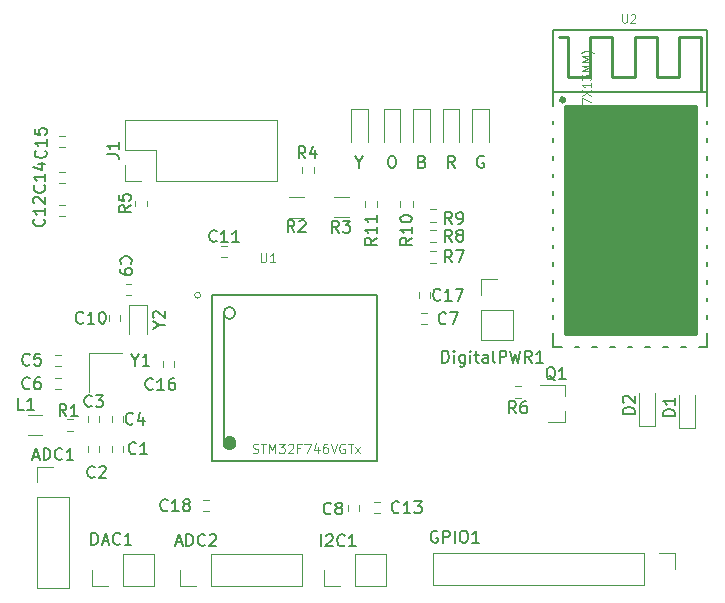
<source format=gto>
G04 #@! TF.GenerationSoftware,KiCad,Pcbnew,(5.0.0)*
G04 #@! TF.CreationDate,2018-10-31T15:25:37+01:00*
G04 #@! TF.ProjectId,Digital,4469676974616C2E6B696361645F7063,rev?*
G04 #@! TF.SameCoordinates,Original*
G04 #@! TF.FileFunction,Legend,Top*
G04 #@! TF.FilePolarity,Positive*
%FSLAX46Y46*%
G04 Gerber Fmt 4.6, Leading zero omitted, Abs format (unit mm)*
G04 Created by KiCad (PCBNEW (5.0.0)) date 10/31/18 15:25:37*
%MOMM*%
%LPD*%
G01*
G04 APERTURE LIST*
%ADD10C,0.120000*%
%ADD11C,0.127000*%
%ADD12C,0.100000*%
%ADD13C,0.254000*%
%ADD14C,0.381000*%
%ADD15C,0.150000*%
%ADD16C,0.050000*%
G04 APERTURE END LIST*
D10*
G04 #@! TO.C,Y2*
X141550000Y-89250000D02*
X141550000Y-86850000D01*
X141550000Y-86850000D02*
X139950000Y-86850000D01*
X139950000Y-86850000D02*
X139950000Y-89250000D01*
G04 #@! TO.C,O*
X162950000Y-70200000D02*
X162950000Y-73000000D01*
X161550000Y-70200000D02*
X161550000Y-73000000D01*
X162950000Y-70200000D02*
X161550000Y-70200000D01*
G04 #@! TO.C,G*
X170450000Y-70200000D02*
X169050000Y-70200000D01*
X169050000Y-70200000D02*
X169050000Y-73000000D01*
X170450000Y-70200000D02*
X170450000Y-73000000D01*
G04 #@! TO.C,R*
X167950000Y-70200000D02*
X167950000Y-73000000D01*
X166550000Y-70200000D02*
X166550000Y-73000000D01*
X167950000Y-70200000D02*
X166550000Y-70200000D01*
G04 #@! TO.C,Y*
X160200000Y-70200000D02*
X158800000Y-70200000D01*
X158800000Y-70200000D02*
X158800000Y-73000000D01*
X160200000Y-70200000D02*
X160200000Y-73000000D01*
G04 #@! TO.C,B*
X165450000Y-70200000D02*
X165450000Y-73000000D01*
X164050000Y-70200000D02*
X164050000Y-73000000D01*
X165450000Y-70200000D02*
X164050000Y-70200000D01*
G04 #@! TO.C,R7*
X165500000Y-83280000D02*
X166000000Y-83280000D01*
X166000000Y-82220000D02*
X165500000Y-82220000D01*
G04 #@! TO.C,R8*
X166000000Y-80470000D02*
X165500000Y-80470000D01*
X165500000Y-81530000D02*
X166000000Y-81530000D01*
G04 #@! TO.C,R9*
X165500000Y-79780000D02*
X166000000Y-79780000D01*
X166000000Y-78720000D02*
X165500000Y-78720000D01*
G04 #@! TO.C,R10*
X162970000Y-78000000D02*
X162970000Y-78500000D01*
X164030000Y-78500000D02*
X164030000Y-78000000D01*
G04 #@! TO.C,R11*
X161030000Y-78500000D02*
X161030000Y-78000000D01*
X159970000Y-78000000D02*
X159970000Y-78500000D01*
G04 #@! TO.C,R2*
X153570000Y-77670000D02*
X154770000Y-77670000D01*
X154770000Y-79430000D02*
X153570000Y-79430000D01*
G04 #@! TO.C,R3*
X157390000Y-77640000D02*
X158590000Y-77640000D01*
X158590000Y-79400000D02*
X157390000Y-79400000D01*
G04 #@! TO.C,DAC1*
X136870000Y-110590000D02*
X136870000Y-109260000D01*
X138200000Y-110590000D02*
X136870000Y-110590000D01*
X139470000Y-110590000D02*
X139470000Y-107930000D01*
X139470000Y-107930000D02*
X142070000Y-107930000D01*
X139470000Y-110590000D02*
X142070000Y-110590000D01*
X142070000Y-110590000D02*
X142070000Y-107930000D01*
G04 #@! TO.C,DigitalPWR1*
X169820000Y-89820000D02*
X172480000Y-89820000D01*
X169820000Y-87220000D02*
X169820000Y-89820000D01*
X172480000Y-87220000D02*
X172480000Y-89820000D01*
X169820000Y-87220000D02*
X172480000Y-87220000D01*
X169820000Y-85950000D02*
X169820000Y-84620000D01*
X169820000Y-84620000D02*
X171150000Y-84620000D01*
G04 #@! TO.C,I2C1*
X156520000Y-110610000D02*
X156520000Y-109280000D01*
X157850000Y-110610000D02*
X156520000Y-110610000D01*
X159120000Y-110610000D02*
X159120000Y-107950000D01*
X159120000Y-107950000D02*
X161720000Y-107950000D01*
X159120000Y-110610000D02*
X161720000Y-110610000D01*
X161720000Y-110610000D02*
X161720000Y-107950000D01*
G04 #@! TO.C,ADC1*
X132240000Y-110780000D02*
X134900000Y-110780000D01*
X132240000Y-103100000D02*
X132240000Y-110780000D01*
X134900000Y-103100000D02*
X134900000Y-110780000D01*
X132240000Y-103100000D02*
X134900000Y-103100000D01*
X132240000Y-101830000D02*
X132240000Y-100500000D01*
X132240000Y-100500000D02*
X133570000Y-100500000D01*
G04 #@! TO.C,ADC2*
X144320000Y-110610000D02*
X144320000Y-109280000D01*
X145650000Y-110610000D02*
X144320000Y-110610000D01*
X146920000Y-110610000D02*
X146920000Y-107950000D01*
X146920000Y-107950000D02*
X154600000Y-107950000D01*
X146920000Y-110610000D02*
X154600000Y-110610000D01*
X154600000Y-110610000D02*
X154600000Y-107950000D01*
G04 #@! TO.C,GPIO1*
X186190000Y-107840000D02*
X186190000Y-109170000D01*
X184860000Y-107840000D02*
X186190000Y-107840000D01*
X183590000Y-107840000D02*
X183590000Y-110500000D01*
X183590000Y-110500000D02*
X165750000Y-110500000D01*
X183590000Y-107840000D02*
X165750000Y-107840000D01*
X165750000Y-107840000D02*
X165750000Y-110500000D01*
G04 #@! TO.C,J1*
X139670000Y-76330000D02*
X139670000Y-75000000D01*
X141000000Y-76330000D02*
X139670000Y-76330000D01*
X139670000Y-73730000D02*
X139670000Y-71130000D01*
X142270000Y-73730000D02*
X139670000Y-73730000D01*
X142270000Y-76330000D02*
X142270000Y-73730000D01*
X139670000Y-71130000D02*
X152490000Y-71130000D01*
X142270000Y-76330000D02*
X152490000Y-76330000D01*
X152490000Y-76330000D02*
X152490000Y-71130000D01*
D11*
G04 #@! TO.C,U1*
X161000000Y-86000000D02*
X161000000Y-100000000D01*
X161000000Y-100000000D02*
X147000000Y-100000000D01*
X147000000Y-100000000D02*
X147000000Y-86000000D01*
X161000000Y-86000000D02*
X147000000Y-86000000D01*
X149000000Y-87500000D02*
G75*
G03X149000000Y-87500000I-500000J0D01*
G01*
D12*
X146054000Y-86000000D02*
G75*
G03X146054000Y-86000000I-254000J0D01*
G01*
D11*
G36*
X148000000Y-87500000D02*
X148000000Y-98513090D01*
X148001370Y-98539240D01*
X148004110Y-98565280D01*
X148008200Y-98591150D01*
X148013650Y-98616760D01*
X148020430Y-98642050D01*
X148028520Y-98666960D01*
X148037900Y-98691400D01*
X148048550Y-98715330D01*
X148060440Y-98738660D01*
X148073530Y-98761340D01*
X148087790Y-98783300D01*
X148103190Y-98804480D01*
X148119660Y-98824830D01*
X148137190Y-98844290D01*
X148155700Y-98862810D01*
X148175160Y-98880330D01*
X148195510Y-98896810D01*
X148216700Y-98912200D01*
X148238660Y-98926460D01*
X148261340Y-98939560D01*
X148284670Y-98951450D01*
X148308590Y-98962100D01*
X148333040Y-98971480D01*
X148357940Y-98979570D01*
X148383230Y-98986350D01*
X148408850Y-98991800D01*
X148434710Y-98995890D01*
X148460750Y-98998630D01*
X148486900Y-99000000D01*
X148500000Y-99000000D01*
X148513090Y-99000000D01*
X148539240Y-98998630D01*
X148565280Y-98995890D01*
X148591150Y-98991800D01*
X148616760Y-98986350D01*
X148642050Y-98979570D01*
X148666960Y-98971480D01*
X148691400Y-98962100D01*
X148715330Y-98951450D01*
X148738660Y-98939560D01*
X148761340Y-98926470D01*
X148783300Y-98912210D01*
X148804480Y-98896810D01*
X148824830Y-98880340D01*
X148844290Y-98862810D01*
X148862810Y-98844300D01*
X148880330Y-98824840D01*
X148896810Y-98804490D01*
X148912200Y-98783300D01*
X148926460Y-98761340D01*
X148939560Y-98738660D01*
X148951450Y-98715330D01*
X148962100Y-98691410D01*
X148971480Y-98666960D01*
X148979570Y-98642060D01*
X148986350Y-98616770D01*
X148991800Y-98591150D01*
X148995890Y-98565290D01*
X148998630Y-98539250D01*
X149000000Y-98513100D01*
X149000000Y-98500000D01*
X149000000Y-98486910D01*
X148998630Y-98460760D01*
X148995890Y-98434720D01*
X148991800Y-98408850D01*
X148986350Y-98383240D01*
X148979570Y-98357950D01*
X148971480Y-98333040D01*
X148962100Y-98308600D01*
X148951450Y-98284670D01*
X148939560Y-98261340D01*
X148926470Y-98238660D01*
X148912210Y-98216700D01*
X148896810Y-98195520D01*
X148880340Y-98175170D01*
X148862810Y-98155710D01*
X148844300Y-98137190D01*
X148824840Y-98119670D01*
X148804490Y-98103190D01*
X148783300Y-98087800D01*
X148761340Y-98073540D01*
X148738660Y-98060440D01*
X148715330Y-98048550D01*
X148691410Y-98037900D01*
X148666960Y-98028520D01*
X148642060Y-98020430D01*
X148616770Y-98013650D01*
X148591150Y-98008200D01*
X148565290Y-98004110D01*
X148539250Y-98001370D01*
X148513100Y-98000000D01*
X148500000Y-98000000D01*
X148486910Y-98000000D01*
X148460760Y-98001370D01*
X148434720Y-98004110D01*
X148408850Y-98008200D01*
X148383240Y-98013650D01*
X148357950Y-98020430D01*
X148333040Y-98028520D01*
X148308600Y-98037900D01*
X148284670Y-98048550D01*
X148261340Y-98060440D01*
X148238660Y-98073530D01*
X148216700Y-98087790D01*
X148195520Y-98103190D01*
X148175170Y-98119660D01*
X148155710Y-98137190D01*
X148137190Y-98155700D01*
X148119670Y-98175160D01*
X148103190Y-98195510D01*
X148087800Y-98216700D01*
X148073540Y-98238660D01*
X148060440Y-98261340D01*
X148048550Y-98284670D01*
X148037900Y-98308590D01*
X148028520Y-98333040D01*
X148020430Y-98357940D01*
X148013650Y-98383230D01*
X148008200Y-98408850D01*
X148004110Y-98434710D01*
X148001370Y-98460750D01*
X148000000Y-98486900D01*
X148000000Y-87500000D01*
G37*
X148000000Y-87500000D02*
X148000000Y-98513090D01*
X148001370Y-98539240D01*
X148004110Y-98565280D01*
X148008200Y-98591150D01*
X148013650Y-98616760D01*
X148020430Y-98642050D01*
X148028520Y-98666960D01*
X148037900Y-98691400D01*
X148048550Y-98715330D01*
X148060440Y-98738660D01*
X148073530Y-98761340D01*
X148087790Y-98783300D01*
X148103190Y-98804480D01*
X148119660Y-98824830D01*
X148137190Y-98844290D01*
X148155700Y-98862810D01*
X148175160Y-98880330D01*
X148195510Y-98896810D01*
X148216700Y-98912200D01*
X148238660Y-98926460D01*
X148261340Y-98939560D01*
X148284670Y-98951450D01*
X148308590Y-98962100D01*
X148333040Y-98971480D01*
X148357940Y-98979570D01*
X148383230Y-98986350D01*
X148408850Y-98991800D01*
X148434710Y-98995890D01*
X148460750Y-98998630D01*
X148486900Y-99000000D01*
X148500000Y-99000000D01*
X148513090Y-99000000D01*
X148539240Y-98998630D01*
X148565280Y-98995890D01*
X148591150Y-98991800D01*
X148616760Y-98986350D01*
X148642050Y-98979570D01*
X148666960Y-98971480D01*
X148691400Y-98962100D01*
X148715330Y-98951450D01*
X148738660Y-98939560D01*
X148761340Y-98926470D01*
X148783300Y-98912210D01*
X148804480Y-98896810D01*
X148824830Y-98880340D01*
X148844290Y-98862810D01*
X148862810Y-98844300D01*
X148880330Y-98824840D01*
X148896810Y-98804490D01*
X148912200Y-98783300D01*
X148926460Y-98761340D01*
X148939560Y-98738660D01*
X148951450Y-98715330D01*
X148962100Y-98691410D01*
X148971480Y-98666960D01*
X148979570Y-98642060D01*
X148986350Y-98616770D01*
X148991800Y-98591150D01*
X148995890Y-98565290D01*
X148998630Y-98539250D01*
X149000000Y-98513100D01*
X149000000Y-98500000D01*
X149000000Y-98486910D01*
X148998630Y-98460760D01*
X148995890Y-98434720D01*
X148991800Y-98408850D01*
X148986350Y-98383240D01*
X148979570Y-98357950D01*
X148971480Y-98333040D01*
X148962100Y-98308600D01*
X148951450Y-98284670D01*
X148939560Y-98261340D01*
X148926470Y-98238660D01*
X148912210Y-98216700D01*
X148896810Y-98195520D01*
X148880340Y-98175170D01*
X148862810Y-98155710D01*
X148844300Y-98137190D01*
X148824840Y-98119670D01*
X148804490Y-98103190D01*
X148783300Y-98087800D01*
X148761340Y-98073540D01*
X148738660Y-98060440D01*
X148715330Y-98048550D01*
X148691410Y-98037900D01*
X148666960Y-98028520D01*
X148642060Y-98020430D01*
X148616770Y-98013650D01*
X148591150Y-98008200D01*
X148565290Y-98004110D01*
X148539250Y-98001370D01*
X148513100Y-98000000D01*
X148500000Y-98000000D01*
X148486910Y-98000000D01*
X148460760Y-98001370D01*
X148434720Y-98004110D01*
X148408850Y-98008200D01*
X148383240Y-98013650D01*
X148357950Y-98020430D01*
X148333040Y-98028520D01*
X148308600Y-98037900D01*
X148284670Y-98048550D01*
X148261340Y-98060440D01*
X148238660Y-98073530D01*
X148216700Y-98087790D01*
X148195520Y-98103190D01*
X148175170Y-98119660D01*
X148155710Y-98137190D01*
X148137190Y-98155700D01*
X148119670Y-98175160D01*
X148103190Y-98195510D01*
X148087800Y-98216700D01*
X148073540Y-98238660D01*
X148060440Y-98261340D01*
X148048550Y-98284670D01*
X148037900Y-98308590D01*
X148028520Y-98333040D01*
X148020430Y-98357940D01*
X148013650Y-98383230D01*
X148008200Y-98408850D01*
X148004110Y-98434710D01*
X148001370Y-98460750D01*
X148000000Y-98486900D01*
X148000000Y-87500000D01*
D10*
G04 #@! TO.C,C8*
X158530000Y-103750000D02*
X158530000Y-104250000D01*
X159470000Y-104250000D02*
X159470000Y-103750000D01*
G04 #@! TO.C,C17*
X165470000Y-86250000D02*
X165470000Y-85750000D01*
X164530000Y-85750000D02*
X164530000Y-86250000D01*
G04 #@! TO.C,C16*
X143790000Y-92060000D02*
X143790000Y-91560000D01*
X142850000Y-91560000D02*
X142850000Y-92060000D01*
G04 #@! TO.C,C15*
X134565000Y-72535000D02*
X134065000Y-72535000D01*
X134065000Y-73475000D02*
X134565000Y-73475000D01*
G04 #@! TO.C,C14*
X134065000Y-76515000D02*
X134565000Y-76515000D01*
X134565000Y-75575000D02*
X134065000Y-75575000D01*
G04 #@! TO.C,C13*
X160750000Y-104470000D02*
X161250000Y-104470000D01*
X161250000Y-103530000D02*
X160750000Y-103530000D01*
G04 #@! TO.C,C12*
X134065000Y-79325000D02*
X134565000Y-79325000D01*
X134565000Y-78385000D02*
X134065000Y-78385000D01*
G04 #@! TO.C,C11*
X148270000Y-81840000D02*
X147770000Y-81840000D01*
X147770000Y-82780000D02*
X148270000Y-82780000D01*
G04 #@! TO.C,C18*
X146780000Y-103350000D02*
X146280000Y-103350000D01*
X146280000Y-104290000D02*
X146780000Y-104290000D01*
G04 #@! TO.C,C7*
X165250000Y-87530000D02*
X164750000Y-87530000D01*
X164750000Y-88470000D02*
X165250000Y-88470000D01*
G04 #@! TO.C,C6*
X134250000Y-93030000D02*
X133750000Y-93030000D01*
X133750000Y-93970000D02*
X134250000Y-93970000D01*
G04 #@! TO.C,C5*
X133750000Y-91970000D02*
X134250000Y-91970000D01*
X134250000Y-91030000D02*
X133750000Y-91030000D01*
G04 #@! TO.C,C4*
X139470000Y-96750000D02*
X139470000Y-96250000D01*
X138530000Y-96250000D02*
X138530000Y-96750000D01*
G04 #@! TO.C,C3*
X136530000Y-96250000D02*
X136530000Y-96750000D01*
X137470000Y-96750000D02*
X137470000Y-96250000D01*
G04 #@! TO.C,C2*
X137470000Y-99250000D02*
X137470000Y-98750000D01*
X136530000Y-98750000D02*
X136530000Y-99250000D01*
G04 #@! TO.C,C1*
X138530000Y-98750000D02*
X138530000Y-99250000D01*
X139470000Y-99250000D02*
X139470000Y-98750000D01*
G04 #@! TO.C,C9*
X139700000Y-85970000D02*
X140200000Y-85970000D01*
X140200000Y-85030000D02*
X139700000Y-85030000D01*
G04 #@! TO.C,C10*
X139220000Y-88200000D02*
X139220000Y-87700000D01*
X138280000Y-87700000D02*
X138280000Y-88200000D01*
G04 #@! TO.C,Y1*
X136600000Y-90850000D02*
X136600000Y-94150000D01*
X139400000Y-90850000D02*
X136600000Y-90850000D01*
G04 #@! TO.C,L1*
X131430000Y-96100000D02*
X132630000Y-96100000D01*
X132630000Y-97860000D02*
X131430000Y-97860000D01*
G04 #@! TO.C,D1*
X186520000Y-97280000D02*
X187920000Y-97280000D01*
X187920000Y-97280000D02*
X187920000Y-94480000D01*
X186520000Y-97280000D02*
X186520000Y-94480000D01*
G04 #@! TO.C,D2*
X183150000Y-97100000D02*
X183150000Y-94300000D01*
X184550000Y-97100000D02*
X184550000Y-94300000D01*
X183150000Y-97100000D02*
X184550000Y-97100000D01*
G04 #@! TO.C,R5*
X140490000Y-77980000D02*
X140490000Y-78480000D01*
X141550000Y-78480000D02*
X141550000Y-77980000D01*
G04 #@! TO.C,R6*
X173170000Y-93650000D02*
X172670000Y-93650000D01*
X172670000Y-94710000D02*
X173170000Y-94710000D01*
G04 #@! TO.C,R1*
X134750000Y-97530000D02*
X135250000Y-97530000D01*
X135250000Y-96470000D02*
X134750000Y-96470000D01*
G04 #@! TO.C,R4*
X155690000Y-75620000D02*
X155690000Y-75120000D01*
X154630000Y-75120000D02*
X154630000Y-75620000D01*
G04 #@! TO.C,Q1*
X176930000Y-96730000D02*
X175470000Y-96730000D01*
X176930000Y-93570000D02*
X174770000Y-93570000D01*
X176930000Y-93570000D02*
X176930000Y-94500000D01*
X176930000Y-96730000D02*
X176930000Y-95800000D01*
D11*
G04 #@! TO.C,U2*
X175920000Y-63510000D02*
X188920000Y-63510000D01*
X188920000Y-63510000D02*
X188920000Y-68820000D01*
X175920000Y-68820000D02*
X175920000Y-63510000D01*
D13*
X188420000Y-68660000D02*
X188420000Y-64160000D01*
X188420000Y-64160000D02*
X186545000Y-64160000D01*
X186545000Y-64160000D02*
X186545000Y-67535000D01*
X186545000Y-67535000D02*
X184670000Y-67535000D01*
X184670000Y-67535000D02*
X184670000Y-64160000D01*
X184670000Y-64160000D02*
X182795000Y-64160000D01*
X182795000Y-64160000D02*
X182795000Y-67535000D01*
X182795000Y-67535000D02*
X180920000Y-67535000D01*
X180920000Y-67535000D02*
X180920000Y-64160000D01*
X180920000Y-64160000D02*
X179045000Y-64160000D01*
X179045000Y-64160000D02*
X179045000Y-67535000D01*
X179045000Y-67535000D02*
X177170000Y-67535000D01*
X177170000Y-67535000D02*
X177170000Y-64160000D01*
X177170000Y-64160000D02*
X176426000Y-64160000D01*
D14*
X176832000Y-69455000D02*
G75*
G03X176832000Y-69455000I-127000J0D01*
G01*
D11*
X188920000Y-68820000D02*
X175920000Y-68820000D01*
D14*
G36*
X176954440Y-70026500D02*
X187881000Y-70026500D01*
X187881000Y-89202490D01*
X176954440Y-89202490D01*
X176954440Y-70026500D01*
G37*
X176954440Y-70026500D02*
X187881000Y-70026500D01*
X187881000Y-89202490D01*
X176954440Y-89202490D01*
X176954440Y-70026500D01*
D11*
X188220000Y-90410000D02*
X188920000Y-90410000D01*
X188920000Y-90410000D02*
X188920000Y-89210000D01*
X188920000Y-88010000D02*
X188920000Y-87710000D01*
X188920000Y-86510000D02*
X188920000Y-86210000D01*
X188920000Y-85010000D02*
X188920000Y-84710000D01*
X188920000Y-83510000D02*
X188920000Y-83210000D01*
X188920000Y-82010000D02*
X188920000Y-81710000D01*
X188920000Y-80510000D02*
X188920000Y-80210000D01*
X188920000Y-79010000D02*
X188920000Y-78710000D01*
X188920000Y-77510000D02*
X188920000Y-77210000D01*
X188920000Y-76010000D02*
X188920000Y-75710000D01*
X188920000Y-74510000D02*
X188920000Y-74210000D01*
X188920000Y-73010000D02*
X188920000Y-72710000D01*
X188920000Y-71510000D02*
X188920000Y-71210000D01*
X188920000Y-70010000D02*
X188920000Y-68820000D01*
X175920000Y-70010000D02*
X175920000Y-68820000D01*
X175920000Y-71510000D02*
X175920000Y-71210000D01*
X175920000Y-73010000D02*
X175920000Y-72710000D01*
X175920000Y-74510000D02*
X175920000Y-74210000D01*
X175920000Y-76010000D02*
X175920000Y-75710000D01*
X175920000Y-77510000D02*
X175920000Y-77210000D01*
X175920000Y-79010000D02*
X175920000Y-78710000D01*
X175920000Y-80510000D02*
X175920000Y-80210000D01*
X175920000Y-82010000D02*
X175920000Y-81710000D01*
X175920000Y-83510000D02*
X175920000Y-83210000D01*
X175920000Y-85010000D02*
X175920000Y-84710000D01*
X175920000Y-86510000D02*
X175920000Y-86210000D01*
X175920000Y-88010000D02*
X175920000Y-87710000D01*
X175920000Y-89210000D02*
X175920000Y-90410000D01*
X175920000Y-90410000D02*
X176620000Y-90410000D01*
X177720000Y-90410000D02*
X178120000Y-90410000D01*
X179220000Y-90410000D02*
X179620000Y-90410000D01*
X180720000Y-90410000D02*
X181120000Y-90410000D01*
X182220000Y-90410000D02*
X182620000Y-90410000D01*
X183720000Y-90410000D02*
X184120000Y-90410000D01*
X185220000Y-90410000D02*
X185620000Y-90410000D01*
X186720000Y-90410000D02*
X187120000Y-90410000D01*
G04 #@! TO.C,Y2*
D15*
X142526190Y-88526190D02*
X143002380Y-88526190D01*
X142002380Y-88859523D02*
X142526190Y-88526190D01*
X142002380Y-88192857D01*
X142097619Y-87907142D02*
X142050000Y-87859523D01*
X142002380Y-87764285D01*
X142002380Y-87526190D01*
X142050000Y-87430952D01*
X142097619Y-87383333D01*
X142192857Y-87335714D01*
X142288095Y-87335714D01*
X142430952Y-87383333D01*
X143002380Y-87954761D01*
X143002380Y-87335714D01*
G04 #@! TO.C,O*
X162154761Y-74202380D02*
X162345238Y-74202380D01*
X162440476Y-74250000D01*
X162535714Y-74345238D01*
X162583333Y-74535714D01*
X162583333Y-74869047D01*
X162535714Y-75059523D01*
X162440476Y-75154761D01*
X162345238Y-75202380D01*
X162154761Y-75202380D01*
X162059523Y-75154761D01*
X161964285Y-75059523D01*
X161916666Y-74869047D01*
X161916666Y-74535714D01*
X161964285Y-74345238D01*
X162059523Y-74250000D01*
X162154761Y-74202380D01*
G04 #@! TO.C,G*
X170011904Y-74250000D02*
X169916666Y-74202380D01*
X169773809Y-74202380D01*
X169630952Y-74250000D01*
X169535714Y-74345238D01*
X169488095Y-74440476D01*
X169440476Y-74630952D01*
X169440476Y-74773809D01*
X169488095Y-74964285D01*
X169535714Y-75059523D01*
X169630952Y-75154761D01*
X169773809Y-75202380D01*
X169869047Y-75202380D01*
X170011904Y-75154761D01*
X170059523Y-75107142D01*
X170059523Y-74773809D01*
X169869047Y-74773809D01*
G04 #@! TO.C,R*
X167559523Y-75202380D02*
X167226190Y-74726190D01*
X166988095Y-75202380D02*
X166988095Y-74202380D01*
X167369047Y-74202380D01*
X167464285Y-74250000D01*
X167511904Y-74297619D01*
X167559523Y-74392857D01*
X167559523Y-74535714D01*
X167511904Y-74630952D01*
X167464285Y-74678571D01*
X167369047Y-74726190D01*
X166988095Y-74726190D01*
G04 #@! TO.C,Y*
X159500000Y-74726190D02*
X159500000Y-75202380D01*
X159166666Y-74202380D02*
X159500000Y-74726190D01*
X159833333Y-74202380D01*
G04 #@! TO.C,B*
X164821428Y-74678571D02*
X164964285Y-74726190D01*
X165011904Y-74773809D01*
X165059523Y-74869047D01*
X165059523Y-75011904D01*
X165011904Y-75107142D01*
X164964285Y-75154761D01*
X164869047Y-75202380D01*
X164488095Y-75202380D01*
X164488095Y-74202380D01*
X164821428Y-74202380D01*
X164916666Y-74250000D01*
X164964285Y-74297619D01*
X165011904Y-74392857D01*
X165011904Y-74488095D01*
X164964285Y-74583333D01*
X164916666Y-74630952D01*
X164821428Y-74678571D01*
X164488095Y-74678571D01*
G04 #@! TO.C,R7*
X167333333Y-83202380D02*
X167000000Y-82726190D01*
X166761904Y-83202380D02*
X166761904Y-82202380D01*
X167142857Y-82202380D01*
X167238095Y-82250000D01*
X167285714Y-82297619D01*
X167333333Y-82392857D01*
X167333333Y-82535714D01*
X167285714Y-82630952D01*
X167238095Y-82678571D01*
X167142857Y-82726190D01*
X166761904Y-82726190D01*
X167666666Y-82202380D02*
X168333333Y-82202380D01*
X167904761Y-83202380D01*
G04 #@! TO.C,R8*
X167333333Y-81452380D02*
X167000000Y-80976190D01*
X166761904Y-81452380D02*
X166761904Y-80452380D01*
X167142857Y-80452380D01*
X167238095Y-80500000D01*
X167285714Y-80547619D01*
X167333333Y-80642857D01*
X167333333Y-80785714D01*
X167285714Y-80880952D01*
X167238095Y-80928571D01*
X167142857Y-80976190D01*
X166761904Y-80976190D01*
X167904761Y-80880952D02*
X167809523Y-80833333D01*
X167761904Y-80785714D01*
X167714285Y-80690476D01*
X167714285Y-80642857D01*
X167761904Y-80547619D01*
X167809523Y-80500000D01*
X167904761Y-80452380D01*
X168095238Y-80452380D01*
X168190476Y-80500000D01*
X168238095Y-80547619D01*
X168285714Y-80642857D01*
X168285714Y-80690476D01*
X168238095Y-80785714D01*
X168190476Y-80833333D01*
X168095238Y-80880952D01*
X167904761Y-80880952D01*
X167809523Y-80928571D01*
X167761904Y-80976190D01*
X167714285Y-81071428D01*
X167714285Y-81261904D01*
X167761904Y-81357142D01*
X167809523Y-81404761D01*
X167904761Y-81452380D01*
X168095238Y-81452380D01*
X168190476Y-81404761D01*
X168238095Y-81357142D01*
X168285714Y-81261904D01*
X168285714Y-81071428D01*
X168238095Y-80976190D01*
X168190476Y-80928571D01*
X168095238Y-80880952D01*
G04 #@! TO.C,R9*
X167333333Y-79952380D02*
X167000000Y-79476190D01*
X166761904Y-79952380D02*
X166761904Y-78952380D01*
X167142857Y-78952380D01*
X167238095Y-79000000D01*
X167285714Y-79047619D01*
X167333333Y-79142857D01*
X167333333Y-79285714D01*
X167285714Y-79380952D01*
X167238095Y-79428571D01*
X167142857Y-79476190D01*
X166761904Y-79476190D01*
X167809523Y-79952380D02*
X168000000Y-79952380D01*
X168095238Y-79904761D01*
X168142857Y-79857142D01*
X168238095Y-79714285D01*
X168285714Y-79523809D01*
X168285714Y-79142857D01*
X168238095Y-79047619D01*
X168190476Y-79000000D01*
X168095238Y-78952380D01*
X167904761Y-78952380D01*
X167809523Y-79000000D01*
X167761904Y-79047619D01*
X167714285Y-79142857D01*
X167714285Y-79380952D01*
X167761904Y-79476190D01*
X167809523Y-79523809D01*
X167904761Y-79571428D01*
X168095238Y-79571428D01*
X168190476Y-79523809D01*
X168238095Y-79476190D01*
X168285714Y-79380952D01*
G04 #@! TO.C,R10*
X163952380Y-81142857D02*
X163476190Y-81476190D01*
X163952380Y-81714285D02*
X162952380Y-81714285D01*
X162952380Y-81333333D01*
X163000000Y-81238095D01*
X163047619Y-81190476D01*
X163142857Y-81142857D01*
X163285714Y-81142857D01*
X163380952Y-81190476D01*
X163428571Y-81238095D01*
X163476190Y-81333333D01*
X163476190Y-81714285D01*
X163952380Y-80190476D02*
X163952380Y-80761904D01*
X163952380Y-80476190D02*
X162952380Y-80476190D01*
X163095238Y-80571428D01*
X163190476Y-80666666D01*
X163238095Y-80761904D01*
X162952380Y-79571428D02*
X162952380Y-79476190D01*
X163000000Y-79380952D01*
X163047619Y-79333333D01*
X163142857Y-79285714D01*
X163333333Y-79238095D01*
X163571428Y-79238095D01*
X163761904Y-79285714D01*
X163857142Y-79333333D01*
X163904761Y-79380952D01*
X163952380Y-79476190D01*
X163952380Y-79571428D01*
X163904761Y-79666666D01*
X163857142Y-79714285D01*
X163761904Y-79761904D01*
X163571428Y-79809523D01*
X163333333Y-79809523D01*
X163142857Y-79761904D01*
X163047619Y-79714285D01*
X163000000Y-79666666D01*
X162952380Y-79571428D01*
G04 #@! TO.C,R11*
X160952380Y-81142857D02*
X160476190Y-81476190D01*
X160952380Y-81714285D02*
X159952380Y-81714285D01*
X159952380Y-81333333D01*
X160000000Y-81238095D01*
X160047619Y-81190476D01*
X160142857Y-81142857D01*
X160285714Y-81142857D01*
X160380952Y-81190476D01*
X160428571Y-81238095D01*
X160476190Y-81333333D01*
X160476190Y-81714285D01*
X160952380Y-80190476D02*
X160952380Y-80761904D01*
X160952380Y-80476190D02*
X159952380Y-80476190D01*
X160095238Y-80571428D01*
X160190476Y-80666666D01*
X160238095Y-80761904D01*
X160952380Y-79238095D02*
X160952380Y-79809523D01*
X160952380Y-79523809D02*
X159952380Y-79523809D01*
X160095238Y-79619047D01*
X160190476Y-79714285D01*
X160238095Y-79809523D01*
G04 #@! TO.C,R2*
X154003333Y-80652380D02*
X153670000Y-80176190D01*
X153431904Y-80652380D02*
X153431904Y-79652380D01*
X153812857Y-79652380D01*
X153908095Y-79700000D01*
X153955714Y-79747619D01*
X154003333Y-79842857D01*
X154003333Y-79985714D01*
X153955714Y-80080952D01*
X153908095Y-80128571D01*
X153812857Y-80176190D01*
X153431904Y-80176190D01*
X154384285Y-79747619D02*
X154431904Y-79700000D01*
X154527142Y-79652380D01*
X154765238Y-79652380D01*
X154860476Y-79700000D01*
X154908095Y-79747619D01*
X154955714Y-79842857D01*
X154955714Y-79938095D01*
X154908095Y-80080952D01*
X154336666Y-80652380D01*
X154955714Y-80652380D01*
G04 #@! TO.C,R3*
X157763333Y-80692380D02*
X157430000Y-80216190D01*
X157191904Y-80692380D02*
X157191904Y-79692380D01*
X157572857Y-79692380D01*
X157668095Y-79740000D01*
X157715714Y-79787619D01*
X157763333Y-79882857D01*
X157763333Y-80025714D01*
X157715714Y-80120952D01*
X157668095Y-80168571D01*
X157572857Y-80216190D01*
X157191904Y-80216190D01*
X158096666Y-79692380D02*
X158715714Y-79692380D01*
X158382380Y-80073333D01*
X158525238Y-80073333D01*
X158620476Y-80120952D01*
X158668095Y-80168571D01*
X158715714Y-80263809D01*
X158715714Y-80501904D01*
X158668095Y-80597142D01*
X158620476Y-80644761D01*
X158525238Y-80692380D01*
X158239523Y-80692380D01*
X158144285Y-80644761D01*
X158096666Y-80597142D01*
G04 #@! TO.C,DAC1*
X136813333Y-107122380D02*
X136813333Y-106122380D01*
X137051428Y-106122380D01*
X137194285Y-106170000D01*
X137289523Y-106265238D01*
X137337142Y-106360476D01*
X137384761Y-106550952D01*
X137384761Y-106693809D01*
X137337142Y-106884285D01*
X137289523Y-106979523D01*
X137194285Y-107074761D01*
X137051428Y-107122380D01*
X136813333Y-107122380D01*
X137765714Y-106836666D02*
X138241904Y-106836666D01*
X137670476Y-107122380D02*
X138003809Y-106122380D01*
X138337142Y-107122380D01*
X139241904Y-107027142D02*
X139194285Y-107074761D01*
X139051428Y-107122380D01*
X138956190Y-107122380D01*
X138813333Y-107074761D01*
X138718095Y-106979523D01*
X138670476Y-106884285D01*
X138622857Y-106693809D01*
X138622857Y-106550952D01*
X138670476Y-106360476D01*
X138718095Y-106265238D01*
X138813333Y-106170000D01*
X138956190Y-106122380D01*
X139051428Y-106122380D01*
X139194285Y-106170000D01*
X139241904Y-106217619D01*
X140194285Y-107122380D02*
X139622857Y-107122380D01*
X139908571Y-107122380D02*
X139908571Y-106122380D01*
X139813333Y-106265238D01*
X139718095Y-106360476D01*
X139622857Y-106408095D01*
G04 #@! TO.C,DigitalPWR1*
X166511904Y-91702380D02*
X166511904Y-90702380D01*
X166750000Y-90702380D01*
X166892857Y-90750000D01*
X166988095Y-90845238D01*
X167035714Y-90940476D01*
X167083333Y-91130952D01*
X167083333Y-91273809D01*
X167035714Y-91464285D01*
X166988095Y-91559523D01*
X166892857Y-91654761D01*
X166750000Y-91702380D01*
X166511904Y-91702380D01*
X167511904Y-91702380D02*
X167511904Y-91035714D01*
X167511904Y-90702380D02*
X167464285Y-90750000D01*
X167511904Y-90797619D01*
X167559523Y-90750000D01*
X167511904Y-90702380D01*
X167511904Y-90797619D01*
X168416666Y-91035714D02*
X168416666Y-91845238D01*
X168369047Y-91940476D01*
X168321428Y-91988095D01*
X168226190Y-92035714D01*
X168083333Y-92035714D01*
X167988095Y-91988095D01*
X168416666Y-91654761D02*
X168321428Y-91702380D01*
X168130952Y-91702380D01*
X168035714Y-91654761D01*
X167988095Y-91607142D01*
X167940476Y-91511904D01*
X167940476Y-91226190D01*
X167988095Y-91130952D01*
X168035714Y-91083333D01*
X168130952Y-91035714D01*
X168321428Y-91035714D01*
X168416666Y-91083333D01*
X168892857Y-91702380D02*
X168892857Y-91035714D01*
X168892857Y-90702380D02*
X168845238Y-90750000D01*
X168892857Y-90797619D01*
X168940476Y-90750000D01*
X168892857Y-90702380D01*
X168892857Y-90797619D01*
X169226190Y-91035714D02*
X169607142Y-91035714D01*
X169369047Y-90702380D02*
X169369047Y-91559523D01*
X169416666Y-91654761D01*
X169511904Y-91702380D01*
X169607142Y-91702380D01*
X170369047Y-91702380D02*
X170369047Y-91178571D01*
X170321428Y-91083333D01*
X170226190Y-91035714D01*
X170035714Y-91035714D01*
X169940476Y-91083333D01*
X170369047Y-91654761D02*
X170273809Y-91702380D01*
X170035714Y-91702380D01*
X169940476Y-91654761D01*
X169892857Y-91559523D01*
X169892857Y-91464285D01*
X169940476Y-91369047D01*
X170035714Y-91321428D01*
X170273809Y-91321428D01*
X170369047Y-91273809D01*
X170988095Y-91702380D02*
X170892857Y-91654761D01*
X170845238Y-91559523D01*
X170845238Y-90702380D01*
X171369047Y-91702380D02*
X171369047Y-90702380D01*
X171750000Y-90702380D01*
X171845238Y-90750000D01*
X171892857Y-90797619D01*
X171940476Y-90892857D01*
X171940476Y-91035714D01*
X171892857Y-91130952D01*
X171845238Y-91178571D01*
X171750000Y-91226190D01*
X171369047Y-91226190D01*
X172273809Y-90702380D02*
X172511904Y-91702380D01*
X172702380Y-90988095D01*
X172892857Y-91702380D01*
X173130952Y-90702380D01*
X174083333Y-91702380D02*
X173750000Y-91226190D01*
X173511904Y-91702380D02*
X173511904Y-90702380D01*
X173892857Y-90702380D01*
X173988095Y-90750000D01*
X174035714Y-90797619D01*
X174083333Y-90892857D01*
X174083333Y-91035714D01*
X174035714Y-91130952D01*
X173988095Y-91178571D01*
X173892857Y-91226190D01*
X173511904Y-91226190D01*
X175035714Y-91702380D02*
X174464285Y-91702380D01*
X174750000Y-91702380D02*
X174750000Y-90702380D01*
X174654761Y-90845238D01*
X174559523Y-90940476D01*
X174464285Y-90988095D01*
G04 #@! TO.C,I2C1*
X156247619Y-107252380D02*
X156247619Y-106252380D01*
X156676190Y-106347619D02*
X156723809Y-106300000D01*
X156819047Y-106252380D01*
X157057142Y-106252380D01*
X157152380Y-106300000D01*
X157200000Y-106347619D01*
X157247619Y-106442857D01*
X157247619Y-106538095D01*
X157200000Y-106680952D01*
X156628571Y-107252380D01*
X157247619Y-107252380D01*
X158247619Y-107157142D02*
X158200000Y-107204761D01*
X158057142Y-107252380D01*
X157961904Y-107252380D01*
X157819047Y-107204761D01*
X157723809Y-107109523D01*
X157676190Y-107014285D01*
X157628571Y-106823809D01*
X157628571Y-106680952D01*
X157676190Y-106490476D01*
X157723809Y-106395238D01*
X157819047Y-106300000D01*
X157961904Y-106252380D01*
X158057142Y-106252380D01*
X158200000Y-106300000D01*
X158247619Y-106347619D01*
X159200000Y-107252380D02*
X158628571Y-107252380D01*
X158914285Y-107252380D02*
X158914285Y-106252380D01*
X158819047Y-106395238D01*
X158723809Y-106490476D01*
X158628571Y-106538095D01*
G04 #@! TO.C,ADC1*
X131855714Y-99666666D02*
X132331904Y-99666666D01*
X131760476Y-99952380D02*
X132093809Y-98952380D01*
X132427142Y-99952380D01*
X132760476Y-99952380D02*
X132760476Y-98952380D01*
X132998571Y-98952380D01*
X133141428Y-99000000D01*
X133236666Y-99095238D01*
X133284285Y-99190476D01*
X133331904Y-99380952D01*
X133331904Y-99523809D01*
X133284285Y-99714285D01*
X133236666Y-99809523D01*
X133141428Y-99904761D01*
X132998571Y-99952380D01*
X132760476Y-99952380D01*
X134331904Y-99857142D02*
X134284285Y-99904761D01*
X134141428Y-99952380D01*
X134046190Y-99952380D01*
X133903333Y-99904761D01*
X133808095Y-99809523D01*
X133760476Y-99714285D01*
X133712857Y-99523809D01*
X133712857Y-99380952D01*
X133760476Y-99190476D01*
X133808095Y-99095238D01*
X133903333Y-99000000D01*
X134046190Y-98952380D01*
X134141428Y-98952380D01*
X134284285Y-99000000D01*
X134331904Y-99047619D01*
X135284285Y-99952380D02*
X134712857Y-99952380D01*
X134998571Y-99952380D02*
X134998571Y-98952380D01*
X134903333Y-99095238D01*
X134808095Y-99190476D01*
X134712857Y-99238095D01*
G04 #@! TO.C,ADC2*
X143955714Y-106926666D02*
X144431904Y-106926666D01*
X143860476Y-107212380D02*
X144193809Y-106212380D01*
X144527142Y-107212380D01*
X144860476Y-107212380D02*
X144860476Y-106212380D01*
X145098571Y-106212380D01*
X145241428Y-106260000D01*
X145336666Y-106355238D01*
X145384285Y-106450476D01*
X145431904Y-106640952D01*
X145431904Y-106783809D01*
X145384285Y-106974285D01*
X145336666Y-107069523D01*
X145241428Y-107164761D01*
X145098571Y-107212380D01*
X144860476Y-107212380D01*
X146431904Y-107117142D02*
X146384285Y-107164761D01*
X146241428Y-107212380D01*
X146146190Y-107212380D01*
X146003333Y-107164761D01*
X145908095Y-107069523D01*
X145860476Y-106974285D01*
X145812857Y-106783809D01*
X145812857Y-106640952D01*
X145860476Y-106450476D01*
X145908095Y-106355238D01*
X146003333Y-106260000D01*
X146146190Y-106212380D01*
X146241428Y-106212380D01*
X146384285Y-106260000D01*
X146431904Y-106307619D01*
X146812857Y-106307619D02*
X146860476Y-106260000D01*
X146955714Y-106212380D01*
X147193809Y-106212380D01*
X147289047Y-106260000D01*
X147336666Y-106307619D01*
X147384285Y-106402857D01*
X147384285Y-106498095D01*
X147336666Y-106640952D01*
X146765238Y-107212380D01*
X147384285Y-107212380D01*
G04 #@! TO.C,GPIO1*
X166103809Y-105990000D02*
X166008571Y-105942380D01*
X165865714Y-105942380D01*
X165722857Y-105990000D01*
X165627619Y-106085238D01*
X165580000Y-106180476D01*
X165532380Y-106370952D01*
X165532380Y-106513809D01*
X165580000Y-106704285D01*
X165627619Y-106799523D01*
X165722857Y-106894761D01*
X165865714Y-106942380D01*
X165960952Y-106942380D01*
X166103809Y-106894761D01*
X166151428Y-106847142D01*
X166151428Y-106513809D01*
X165960952Y-106513809D01*
X166580000Y-106942380D02*
X166580000Y-105942380D01*
X166960952Y-105942380D01*
X167056190Y-105990000D01*
X167103809Y-106037619D01*
X167151428Y-106132857D01*
X167151428Y-106275714D01*
X167103809Y-106370952D01*
X167056190Y-106418571D01*
X166960952Y-106466190D01*
X166580000Y-106466190D01*
X167580000Y-106942380D02*
X167580000Y-105942380D01*
X168246666Y-105942380D02*
X168437142Y-105942380D01*
X168532380Y-105990000D01*
X168627619Y-106085238D01*
X168675238Y-106275714D01*
X168675238Y-106609047D01*
X168627619Y-106799523D01*
X168532380Y-106894761D01*
X168437142Y-106942380D01*
X168246666Y-106942380D01*
X168151428Y-106894761D01*
X168056190Y-106799523D01*
X168008571Y-106609047D01*
X168008571Y-106275714D01*
X168056190Y-106085238D01*
X168151428Y-105990000D01*
X168246666Y-105942380D01*
X169627619Y-106942380D02*
X169056190Y-106942380D01*
X169341904Y-106942380D02*
X169341904Y-105942380D01*
X169246666Y-106085238D01*
X169151428Y-106180476D01*
X169056190Y-106228095D01*
G04 #@! TO.C,J1*
X138122380Y-74063333D02*
X138836666Y-74063333D01*
X138979523Y-74110952D01*
X139074761Y-74206190D01*
X139122380Y-74349047D01*
X139122380Y-74444285D01*
X139122380Y-73063333D02*
X139122380Y-73634761D01*
X139122380Y-73349047D02*
X138122380Y-73349047D01*
X138265238Y-73444285D01*
X138360476Y-73539523D01*
X138408095Y-73634761D01*
G04 #@! TO.C,U1*
D16*
X151129088Y-82438095D02*
X151129088Y-83076563D01*
X151166645Y-83151677D01*
X151204202Y-83189234D01*
X151279316Y-83226791D01*
X151429544Y-83226791D01*
X151504658Y-83189234D01*
X151542215Y-83151677D01*
X151579772Y-83076563D01*
X151579772Y-82438095D01*
X152368468Y-83226791D02*
X151917784Y-83226791D01*
X152143126Y-83226791D02*
X152143126Y-82438095D01*
X152068012Y-82550765D01*
X151992898Y-82625879D01*
X151917784Y-82663436D01*
X150462517Y-99318748D02*
X150575016Y-99356248D01*
X150762516Y-99356248D01*
X150837515Y-99318748D01*
X150875015Y-99281248D01*
X150912515Y-99206249D01*
X150912515Y-99131249D01*
X150875015Y-99056249D01*
X150837515Y-99018749D01*
X150762516Y-98981250D01*
X150612516Y-98943750D01*
X150537517Y-98906250D01*
X150500017Y-98868750D01*
X150462517Y-98793750D01*
X150462517Y-98718751D01*
X150500017Y-98643751D01*
X150537517Y-98606251D01*
X150612516Y-98568751D01*
X150800016Y-98568751D01*
X150912515Y-98606251D01*
X151137514Y-98568751D02*
X151587513Y-98568751D01*
X151362513Y-99356248D02*
X151362513Y-98568751D01*
X151850012Y-99356248D02*
X151850012Y-98568751D01*
X152112511Y-99131249D01*
X152375010Y-98568751D01*
X152375010Y-99356248D01*
X152675008Y-98568751D02*
X153162507Y-98568751D01*
X152900008Y-98868750D01*
X153012507Y-98868750D01*
X153087507Y-98906250D01*
X153125007Y-98943750D01*
X153162507Y-99018749D01*
X153162507Y-99206249D01*
X153125007Y-99281248D01*
X153087507Y-99318748D01*
X153012507Y-99356248D01*
X152787508Y-99356248D01*
X152712508Y-99318748D01*
X152675008Y-99281248D01*
X153462505Y-98643751D02*
X153500005Y-98606251D01*
X153575005Y-98568751D01*
X153762504Y-98568751D01*
X153837504Y-98606251D01*
X153875004Y-98643751D01*
X153912504Y-98718751D01*
X153912504Y-98793750D01*
X153875004Y-98906250D01*
X153425006Y-99356248D01*
X153912504Y-99356248D01*
X154512501Y-98943750D02*
X154250002Y-98943750D01*
X154250002Y-99356248D02*
X154250002Y-98568751D01*
X154625001Y-98568751D01*
X154850000Y-98568751D02*
X155374998Y-98568751D01*
X155037499Y-99356248D01*
X156012496Y-98831250D02*
X156012496Y-99356248D01*
X155824996Y-98531251D02*
X155637497Y-99093749D01*
X156124995Y-99093749D01*
X156762493Y-98568751D02*
X156612493Y-98568751D01*
X156537494Y-98606251D01*
X156499994Y-98643751D01*
X156424994Y-98756250D01*
X156387494Y-98906250D01*
X156387494Y-99206249D01*
X156424994Y-99281248D01*
X156462494Y-99318748D01*
X156537494Y-99356248D01*
X156687493Y-99356248D01*
X156762493Y-99318748D01*
X156799993Y-99281248D01*
X156837493Y-99206249D01*
X156837493Y-99018749D01*
X156799993Y-98943750D01*
X156762493Y-98906250D01*
X156687493Y-98868750D01*
X156537494Y-98868750D01*
X156462494Y-98906250D01*
X156424994Y-98943750D01*
X156387494Y-99018749D01*
X157062492Y-98568751D02*
X157324991Y-99356248D01*
X157587490Y-98568751D01*
X158262487Y-98606251D02*
X158187487Y-98568751D01*
X158074988Y-98568751D01*
X157962488Y-98606251D01*
X157887489Y-98681251D01*
X157849989Y-98756250D01*
X157812489Y-98906250D01*
X157812489Y-99018749D01*
X157849989Y-99168749D01*
X157887489Y-99243749D01*
X157962488Y-99318748D01*
X158074988Y-99356248D01*
X158149988Y-99356248D01*
X158262487Y-99318748D01*
X158299987Y-99281248D01*
X158299987Y-99018749D01*
X158149988Y-99018749D01*
X158524986Y-98568751D02*
X158974984Y-98568751D01*
X158749985Y-99356248D02*
X158749985Y-98568751D01*
X159162484Y-99356248D02*
X159574982Y-98831250D01*
X159162484Y-98831250D02*
X159574982Y-99356248D01*
G04 #@! TO.C,C8*
D15*
X157093333Y-104457142D02*
X157045714Y-104504761D01*
X156902857Y-104552380D01*
X156807619Y-104552380D01*
X156664761Y-104504761D01*
X156569523Y-104409523D01*
X156521904Y-104314285D01*
X156474285Y-104123809D01*
X156474285Y-103980952D01*
X156521904Y-103790476D01*
X156569523Y-103695238D01*
X156664761Y-103600000D01*
X156807619Y-103552380D01*
X156902857Y-103552380D01*
X157045714Y-103600000D01*
X157093333Y-103647619D01*
X157664761Y-103980952D02*
X157569523Y-103933333D01*
X157521904Y-103885714D01*
X157474285Y-103790476D01*
X157474285Y-103742857D01*
X157521904Y-103647619D01*
X157569523Y-103600000D01*
X157664761Y-103552380D01*
X157855238Y-103552380D01*
X157950476Y-103600000D01*
X157998095Y-103647619D01*
X158045714Y-103742857D01*
X158045714Y-103790476D01*
X157998095Y-103885714D01*
X157950476Y-103933333D01*
X157855238Y-103980952D01*
X157664761Y-103980952D01*
X157569523Y-104028571D01*
X157521904Y-104076190D01*
X157474285Y-104171428D01*
X157474285Y-104361904D01*
X157521904Y-104457142D01*
X157569523Y-104504761D01*
X157664761Y-104552380D01*
X157855238Y-104552380D01*
X157950476Y-104504761D01*
X157998095Y-104457142D01*
X158045714Y-104361904D01*
X158045714Y-104171428D01*
X157998095Y-104076190D01*
X157950476Y-104028571D01*
X157855238Y-103980952D01*
G04 #@! TO.C,C17*
X166357142Y-86357142D02*
X166309523Y-86404761D01*
X166166666Y-86452380D01*
X166071428Y-86452380D01*
X165928571Y-86404761D01*
X165833333Y-86309523D01*
X165785714Y-86214285D01*
X165738095Y-86023809D01*
X165738095Y-85880952D01*
X165785714Y-85690476D01*
X165833333Y-85595238D01*
X165928571Y-85500000D01*
X166071428Y-85452380D01*
X166166666Y-85452380D01*
X166309523Y-85500000D01*
X166357142Y-85547619D01*
X167309523Y-86452380D02*
X166738095Y-86452380D01*
X167023809Y-86452380D02*
X167023809Y-85452380D01*
X166928571Y-85595238D01*
X166833333Y-85690476D01*
X166738095Y-85738095D01*
X167642857Y-85452380D02*
X168309523Y-85452380D01*
X167880952Y-86452380D01*
G04 #@! TO.C,C16*
X142007142Y-93927142D02*
X141959523Y-93974761D01*
X141816666Y-94022380D01*
X141721428Y-94022380D01*
X141578571Y-93974761D01*
X141483333Y-93879523D01*
X141435714Y-93784285D01*
X141388095Y-93593809D01*
X141388095Y-93450952D01*
X141435714Y-93260476D01*
X141483333Y-93165238D01*
X141578571Y-93070000D01*
X141721428Y-93022380D01*
X141816666Y-93022380D01*
X141959523Y-93070000D01*
X142007142Y-93117619D01*
X142959523Y-94022380D02*
X142388095Y-94022380D01*
X142673809Y-94022380D02*
X142673809Y-93022380D01*
X142578571Y-93165238D01*
X142483333Y-93260476D01*
X142388095Y-93308095D01*
X143816666Y-93022380D02*
X143626190Y-93022380D01*
X143530952Y-93070000D01*
X143483333Y-93117619D01*
X143388095Y-93260476D01*
X143340476Y-93450952D01*
X143340476Y-93831904D01*
X143388095Y-93927142D01*
X143435714Y-93974761D01*
X143530952Y-94022380D01*
X143721428Y-94022380D01*
X143816666Y-93974761D01*
X143864285Y-93927142D01*
X143911904Y-93831904D01*
X143911904Y-93593809D01*
X143864285Y-93498571D01*
X143816666Y-93450952D01*
X143721428Y-93403333D01*
X143530952Y-93403333D01*
X143435714Y-93450952D01*
X143388095Y-93498571D01*
X143340476Y-93593809D01*
G04 #@! TO.C,C15*
X132922142Y-73747857D02*
X132969761Y-73795476D01*
X133017380Y-73938333D01*
X133017380Y-74033571D01*
X132969761Y-74176428D01*
X132874523Y-74271666D01*
X132779285Y-74319285D01*
X132588809Y-74366904D01*
X132445952Y-74366904D01*
X132255476Y-74319285D01*
X132160238Y-74271666D01*
X132065000Y-74176428D01*
X132017380Y-74033571D01*
X132017380Y-73938333D01*
X132065000Y-73795476D01*
X132112619Y-73747857D01*
X133017380Y-72795476D02*
X133017380Y-73366904D01*
X133017380Y-73081190D02*
X132017380Y-73081190D01*
X132160238Y-73176428D01*
X132255476Y-73271666D01*
X132303095Y-73366904D01*
X132017380Y-71890714D02*
X132017380Y-72366904D01*
X132493571Y-72414523D01*
X132445952Y-72366904D01*
X132398333Y-72271666D01*
X132398333Y-72033571D01*
X132445952Y-71938333D01*
X132493571Y-71890714D01*
X132588809Y-71843095D01*
X132826904Y-71843095D01*
X132922142Y-71890714D01*
X132969761Y-71938333D01*
X133017380Y-72033571D01*
X133017380Y-72271666D01*
X132969761Y-72366904D01*
X132922142Y-72414523D01*
G04 #@! TO.C,C14*
X132822142Y-76687857D02*
X132869761Y-76735476D01*
X132917380Y-76878333D01*
X132917380Y-76973571D01*
X132869761Y-77116428D01*
X132774523Y-77211666D01*
X132679285Y-77259285D01*
X132488809Y-77306904D01*
X132345952Y-77306904D01*
X132155476Y-77259285D01*
X132060238Y-77211666D01*
X131965000Y-77116428D01*
X131917380Y-76973571D01*
X131917380Y-76878333D01*
X131965000Y-76735476D01*
X132012619Y-76687857D01*
X132917380Y-75735476D02*
X132917380Y-76306904D01*
X132917380Y-76021190D02*
X131917380Y-76021190D01*
X132060238Y-76116428D01*
X132155476Y-76211666D01*
X132203095Y-76306904D01*
X132250714Y-74878333D02*
X132917380Y-74878333D01*
X131869761Y-75116428D02*
X132584047Y-75354523D01*
X132584047Y-74735476D01*
G04 #@! TO.C,C13*
X162857142Y-104357142D02*
X162809523Y-104404761D01*
X162666666Y-104452380D01*
X162571428Y-104452380D01*
X162428571Y-104404761D01*
X162333333Y-104309523D01*
X162285714Y-104214285D01*
X162238095Y-104023809D01*
X162238095Y-103880952D01*
X162285714Y-103690476D01*
X162333333Y-103595238D01*
X162428571Y-103500000D01*
X162571428Y-103452380D01*
X162666666Y-103452380D01*
X162809523Y-103500000D01*
X162857142Y-103547619D01*
X163809523Y-104452380D02*
X163238095Y-104452380D01*
X163523809Y-104452380D02*
X163523809Y-103452380D01*
X163428571Y-103595238D01*
X163333333Y-103690476D01*
X163238095Y-103738095D01*
X164142857Y-103452380D02*
X164761904Y-103452380D01*
X164428571Y-103833333D01*
X164571428Y-103833333D01*
X164666666Y-103880952D01*
X164714285Y-103928571D01*
X164761904Y-104023809D01*
X164761904Y-104261904D01*
X164714285Y-104357142D01*
X164666666Y-104404761D01*
X164571428Y-104452380D01*
X164285714Y-104452380D01*
X164190476Y-104404761D01*
X164142857Y-104357142D01*
G04 #@! TO.C,C12*
X132782142Y-79557857D02*
X132829761Y-79605476D01*
X132877380Y-79748333D01*
X132877380Y-79843571D01*
X132829761Y-79986428D01*
X132734523Y-80081666D01*
X132639285Y-80129285D01*
X132448809Y-80176904D01*
X132305952Y-80176904D01*
X132115476Y-80129285D01*
X132020238Y-80081666D01*
X131925000Y-79986428D01*
X131877380Y-79843571D01*
X131877380Y-79748333D01*
X131925000Y-79605476D01*
X131972619Y-79557857D01*
X132877380Y-78605476D02*
X132877380Y-79176904D01*
X132877380Y-78891190D02*
X131877380Y-78891190D01*
X132020238Y-78986428D01*
X132115476Y-79081666D01*
X132163095Y-79176904D01*
X131972619Y-78224523D02*
X131925000Y-78176904D01*
X131877380Y-78081666D01*
X131877380Y-77843571D01*
X131925000Y-77748333D01*
X131972619Y-77700714D01*
X132067857Y-77653095D01*
X132163095Y-77653095D01*
X132305952Y-77700714D01*
X132877380Y-78272142D01*
X132877380Y-77653095D01*
G04 #@! TO.C,C11*
X147407142Y-81397142D02*
X147359523Y-81444761D01*
X147216666Y-81492380D01*
X147121428Y-81492380D01*
X146978571Y-81444761D01*
X146883333Y-81349523D01*
X146835714Y-81254285D01*
X146788095Y-81063809D01*
X146788095Y-80920952D01*
X146835714Y-80730476D01*
X146883333Y-80635238D01*
X146978571Y-80540000D01*
X147121428Y-80492380D01*
X147216666Y-80492380D01*
X147359523Y-80540000D01*
X147407142Y-80587619D01*
X148359523Y-81492380D02*
X147788095Y-81492380D01*
X148073809Y-81492380D02*
X148073809Y-80492380D01*
X147978571Y-80635238D01*
X147883333Y-80730476D01*
X147788095Y-80778095D01*
X149311904Y-81492380D02*
X148740476Y-81492380D01*
X149026190Y-81492380D02*
X149026190Y-80492380D01*
X148930952Y-80635238D01*
X148835714Y-80730476D01*
X148740476Y-80778095D01*
G04 #@! TO.C,C18*
X143257142Y-104187142D02*
X143209523Y-104234761D01*
X143066666Y-104282380D01*
X142971428Y-104282380D01*
X142828571Y-104234761D01*
X142733333Y-104139523D01*
X142685714Y-104044285D01*
X142638095Y-103853809D01*
X142638095Y-103710952D01*
X142685714Y-103520476D01*
X142733333Y-103425238D01*
X142828571Y-103330000D01*
X142971428Y-103282380D01*
X143066666Y-103282380D01*
X143209523Y-103330000D01*
X143257142Y-103377619D01*
X144209523Y-104282380D02*
X143638095Y-104282380D01*
X143923809Y-104282380D02*
X143923809Y-103282380D01*
X143828571Y-103425238D01*
X143733333Y-103520476D01*
X143638095Y-103568095D01*
X144780952Y-103710952D02*
X144685714Y-103663333D01*
X144638095Y-103615714D01*
X144590476Y-103520476D01*
X144590476Y-103472857D01*
X144638095Y-103377619D01*
X144685714Y-103330000D01*
X144780952Y-103282380D01*
X144971428Y-103282380D01*
X145066666Y-103330000D01*
X145114285Y-103377619D01*
X145161904Y-103472857D01*
X145161904Y-103520476D01*
X145114285Y-103615714D01*
X145066666Y-103663333D01*
X144971428Y-103710952D01*
X144780952Y-103710952D01*
X144685714Y-103758571D01*
X144638095Y-103806190D01*
X144590476Y-103901428D01*
X144590476Y-104091904D01*
X144638095Y-104187142D01*
X144685714Y-104234761D01*
X144780952Y-104282380D01*
X144971428Y-104282380D01*
X145066666Y-104234761D01*
X145114285Y-104187142D01*
X145161904Y-104091904D01*
X145161904Y-103901428D01*
X145114285Y-103806190D01*
X145066666Y-103758571D01*
X144971428Y-103710952D01*
G04 #@! TO.C,C7*
X166833333Y-88357142D02*
X166785714Y-88404761D01*
X166642857Y-88452380D01*
X166547619Y-88452380D01*
X166404761Y-88404761D01*
X166309523Y-88309523D01*
X166261904Y-88214285D01*
X166214285Y-88023809D01*
X166214285Y-87880952D01*
X166261904Y-87690476D01*
X166309523Y-87595238D01*
X166404761Y-87500000D01*
X166547619Y-87452380D01*
X166642857Y-87452380D01*
X166785714Y-87500000D01*
X166833333Y-87547619D01*
X167166666Y-87452380D02*
X167833333Y-87452380D01*
X167404761Y-88452380D01*
G04 #@! TO.C,C6*
X131583333Y-93857142D02*
X131535714Y-93904761D01*
X131392857Y-93952380D01*
X131297619Y-93952380D01*
X131154761Y-93904761D01*
X131059523Y-93809523D01*
X131011904Y-93714285D01*
X130964285Y-93523809D01*
X130964285Y-93380952D01*
X131011904Y-93190476D01*
X131059523Y-93095238D01*
X131154761Y-93000000D01*
X131297619Y-92952380D01*
X131392857Y-92952380D01*
X131535714Y-93000000D01*
X131583333Y-93047619D01*
X132440476Y-92952380D02*
X132250000Y-92952380D01*
X132154761Y-93000000D01*
X132107142Y-93047619D01*
X132011904Y-93190476D01*
X131964285Y-93380952D01*
X131964285Y-93761904D01*
X132011904Y-93857142D01*
X132059523Y-93904761D01*
X132154761Y-93952380D01*
X132345238Y-93952380D01*
X132440476Y-93904761D01*
X132488095Y-93857142D01*
X132535714Y-93761904D01*
X132535714Y-93523809D01*
X132488095Y-93428571D01*
X132440476Y-93380952D01*
X132345238Y-93333333D01*
X132154761Y-93333333D01*
X132059523Y-93380952D01*
X132011904Y-93428571D01*
X131964285Y-93523809D01*
G04 #@! TO.C,C5*
X131583333Y-91857142D02*
X131535714Y-91904761D01*
X131392857Y-91952380D01*
X131297619Y-91952380D01*
X131154761Y-91904761D01*
X131059523Y-91809523D01*
X131011904Y-91714285D01*
X130964285Y-91523809D01*
X130964285Y-91380952D01*
X131011904Y-91190476D01*
X131059523Y-91095238D01*
X131154761Y-91000000D01*
X131297619Y-90952380D01*
X131392857Y-90952380D01*
X131535714Y-91000000D01*
X131583333Y-91047619D01*
X132488095Y-90952380D02*
X132011904Y-90952380D01*
X131964285Y-91428571D01*
X132011904Y-91380952D01*
X132107142Y-91333333D01*
X132345238Y-91333333D01*
X132440476Y-91380952D01*
X132488095Y-91428571D01*
X132535714Y-91523809D01*
X132535714Y-91761904D01*
X132488095Y-91857142D01*
X132440476Y-91904761D01*
X132345238Y-91952380D01*
X132107142Y-91952380D01*
X132011904Y-91904761D01*
X131964285Y-91857142D01*
G04 #@! TO.C,C4*
X140333333Y-96857142D02*
X140285714Y-96904761D01*
X140142857Y-96952380D01*
X140047619Y-96952380D01*
X139904761Y-96904761D01*
X139809523Y-96809523D01*
X139761904Y-96714285D01*
X139714285Y-96523809D01*
X139714285Y-96380952D01*
X139761904Y-96190476D01*
X139809523Y-96095238D01*
X139904761Y-96000000D01*
X140047619Y-95952380D01*
X140142857Y-95952380D01*
X140285714Y-96000000D01*
X140333333Y-96047619D01*
X141190476Y-96285714D02*
X141190476Y-96952380D01*
X140952380Y-95904761D02*
X140714285Y-96619047D01*
X141333333Y-96619047D01*
G04 #@! TO.C,C3*
X136833333Y-95357142D02*
X136785714Y-95404761D01*
X136642857Y-95452380D01*
X136547619Y-95452380D01*
X136404761Y-95404761D01*
X136309523Y-95309523D01*
X136261904Y-95214285D01*
X136214285Y-95023809D01*
X136214285Y-94880952D01*
X136261904Y-94690476D01*
X136309523Y-94595238D01*
X136404761Y-94500000D01*
X136547619Y-94452380D01*
X136642857Y-94452380D01*
X136785714Y-94500000D01*
X136833333Y-94547619D01*
X137166666Y-94452380D02*
X137785714Y-94452380D01*
X137452380Y-94833333D01*
X137595238Y-94833333D01*
X137690476Y-94880952D01*
X137738095Y-94928571D01*
X137785714Y-95023809D01*
X137785714Y-95261904D01*
X137738095Y-95357142D01*
X137690476Y-95404761D01*
X137595238Y-95452380D01*
X137309523Y-95452380D01*
X137214285Y-95404761D01*
X137166666Y-95357142D01*
G04 #@! TO.C,C2*
X137083333Y-101357142D02*
X137035714Y-101404761D01*
X136892857Y-101452380D01*
X136797619Y-101452380D01*
X136654761Y-101404761D01*
X136559523Y-101309523D01*
X136511904Y-101214285D01*
X136464285Y-101023809D01*
X136464285Y-100880952D01*
X136511904Y-100690476D01*
X136559523Y-100595238D01*
X136654761Y-100500000D01*
X136797619Y-100452380D01*
X136892857Y-100452380D01*
X137035714Y-100500000D01*
X137083333Y-100547619D01*
X137464285Y-100547619D02*
X137511904Y-100500000D01*
X137607142Y-100452380D01*
X137845238Y-100452380D01*
X137940476Y-100500000D01*
X137988095Y-100547619D01*
X138035714Y-100642857D01*
X138035714Y-100738095D01*
X137988095Y-100880952D01*
X137416666Y-101452380D01*
X138035714Y-101452380D01*
G04 #@! TO.C,C1*
X140583333Y-99357142D02*
X140535714Y-99404761D01*
X140392857Y-99452380D01*
X140297619Y-99452380D01*
X140154761Y-99404761D01*
X140059523Y-99309523D01*
X140011904Y-99214285D01*
X139964285Y-99023809D01*
X139964285Y-98880952D01*
X140011904Y-98690476D01*
X140059523Y-98595238D01*
X140154761Y-98500000D01*
X140297619Y-98452380D01*
X140392857Y-98452380D01*
X140535714Y-98500000D01*
X140583333Y-98547619D01*
X141535714Y-99452380D02*
X140964285Y-99452380D01*
X141250000Y-99452380D02*
X141250000Y-98452380D01*
X141154761Y-98595238D01*
X141059523Y-98690476D01*
X140964285Y-98738095D01*
G04 #@! TO.C,C9*
X139342857Y-83333333D02*
X139295238Y-83285714D01*
X139247619Y-83142857D01*
X139247619Y-83047619D01*
X139295238Y-82904761D01*
X139390476Y-82809523D01*
X139485714Y-82761904D01*
X139676190Y-82714285D01*
X139819047Y-82714285D01*
X140009523Y-82761904D01*
X140104761Y-82809523D01*
X140200000Y-82904761D01*
X140247619Y-83047619D01*
X140247619Y-83142857D01*
X140200000Y-83285714D01*
X140152380Y-83333333D01*
X139247619Y-83809523D02*
X139247619Y-84000000D01*
X139295238Y-84095238D01*
X139342857Y-84142857D01*
X139485714Y-84238095D01*
X139676190Y-84285714D01*
X140057142Y-84285714D01*
X140152380Y-84238095D01*
X140200000Y-84190476D01*
X140247619Y-84095238D01*
X140247619Y-83904761D01*
X140200000Y-83809523D01*
X140152380Y-83761904D01*
X140057142Y-83714285D01*
X139819047Y-83714285D01*
X139723809Y-83761904D01*
X139676190Y-83809523D01*
X139628571Y-83904761D01*
X139628571Y-84095238D01*
X139676190Y-84190476D01*
X139723809Y-84238095D01*
X139819047Y-84285714D01*
G04 #@! TO.C,C10*
X136107142Y-88307142D02*
X136059523Y-88354761D01*
X135916666Y-88402380D01*
X135821428Y-88402380D01*
X135678571Y-88354761D01*
X135583333Y-88259523D01*
X135535714Y-88164285D01*
X135488095Y-87973809D01*
X135488095Y-87830952D01*
X135535714Y-87640476D01*
X135583333Y-87545238D01*
X135678571Y-87450000D01*
X135821428Y-87402380D01*
X135916666Y-87402380D01*
X136059523Y-87450000D01*
X136107142Y-87497619D01*
X137059523Y-88402380D02*
X136488095Y-88402380D01*
X136773809Y-88402380D02*
X136773809Y-87402380D01*
X136678571Y-87545238D01*
X136583333Y-87640476D01*
X136488095Y-87688095D01*
X137678571Y-87402380D02*
X137773809Y-87402380D01*
X137869047Y-87450000D01*
X137916666Y-87497619D01*
X137964285Y-87592857D01*
X138011904Y-87783333D01*
X138011904Y-88021428D01*
X137964285Y-88211904D01*
X137916666Y-88307142D01*
X137869047Y-88354761D01*
X137773809Y-88402380D01*
X137678571Y-88402380D01*
X137583333Y-88354761D01*
X137535714Y-88307142D01*
X137488095Y-88211904D01*
X137440476Y-88021428D01*
X137440476Y-87783333D01*
X137488095Y-87592857D01*
X137535714Y-87497619D01*
X137583333Y-87450000D01*
X137678571Y-87402380D01*
G04 #@! TO.C,Y1*
X140523809Y-91476190D02*
X140523809Y-91952380D01*
X140190476Y-90952380D02*
X140523809Y-91476190D01*
X140857142Y-90952380D01*
X141714285Y-91952380D02*
X141142857Y-91952380D01*
X141428571Y-91952380D02*
X141428571Y-90952380D01*
X141333333Y-91095238D01*
X141238095Y-91190476D01*
X141142857Y-91238095D01*
G04 #@! TO.C,L1*
X131083333Y-95702380D02*
X130607142Y-95702380D01*
X130607142Y-94702380D01*
X131940476Y-95702380D02*
X131369047Y-95702380D01*
X131654761Y-95702380D02*
X131654761Y-94702380D01*
X131559523Y-94845238D01*
X131464285Y-94940476D01*
X131369047Y-94988095D01*
G04 #@! TO.C,D1*
X186222380Y-96218095D02*
X185222380Y-96218095D01*
X185222380Y-95980000D01*
X185270000Y-95837142D01*
X185365238Y-95741904D01*
X185460476Y-95694285D01*
X185650952Y-95646666D01*
X185793809Y-95646666D01*
X185984285Y-95694285D01*
X186079523Y-95741904D01*
X186174761Y-95837142D01*
X186222380Y-95980000D01*
X186222380Y-96218095D01*
X186222380Y-94694285D02*
X186222380Y-95265714D01*
X186222380Y-94980000D02*
X185222380Y-94980000D01*
X185365238Y-95075238D01*
X185460476Y-95170476D01*
X185508095Y-95265714D01*
G04 #@! TO.C,D2*
X182802380Y-96038095D02*
X181802380Y-96038095D01*
X181802380Y-95800000D01*
X181850000Y-95657142D01*
X181945238Y-95561904D01*
X182040476Y-95514285D01*
X182230952Y-95466666D01*
X182373809Y-95466666D01*
X182564285Y-95514285D01*
X182659523Y-95561904D01*
X182754761Y-95657142D01*
X182802380Y-95800000D01*
X182802380Y-96038095D01*
X181897619Y-95085714D02*
X181850000Y-95038095D01*
X181802380Y-94942857D01*
X181802380Y-94704761D01*
X181850000Y-94609523D01*
X181897619Y-94561904D01*
X181992857Y-94514285D01*
X182088095Y-94514285D01*
X182230952Y-94561904D01*
X182802380Y-95133333D01*
X182802380Y-94514285D01*
G04 #@! TO.C,R5*
X140122380Y-78396666D02*
X139646190Y-78730000D01*
X140122380Y-78968095D02*
X139122380Y-78968095D01*
X139122380Y-78587142D01*
X139170000Y-78491904D01*
X139217619Y-78444285D01*
X139312857Y-78396666D01*
X139455714Y-78396666D01*
X139550952Y-78444285D01*
X139598571Y-78491904D01*
X139646190Y-78587142D01*
X139646190Y-78968095D01*
X139122380Y-77491904D02*
X139122380Y-77968095D01*
X139598571Y-78015714D01*
X139550952Y-77968095D01*
X139503333Y-77872857D01*
X139503333Y-77634761D01*
X139550952Y-77539523D01*
X139598571Y-77491904D01*
X139693809Y-77444285D01*
X139931904Y-77444285D01*
X140027142Y-77491904D01*
X140074761Y-77539523D01*
X140122380Y-77634761D01*
X140122380Y-77872857D01*
X140074761Y-77968095D01*
X140027142Y-78015714D01*
G04 #@! TO.C,R6*
X172753333Y-95982380D02*
X172420000Y-95506190D01*
X172181904Y-95982380D02*
X172181904Y-94982380D01*
X172562857Y-94982380D01*
X172658095Y-95030000D01*
X172705714Y-95077619D01*
X172753333Y-95172857D01*
X172753333Y-95315714D01*
X172705714Y-95410952D01*
X172658095Y-95458571D01*
X172562857Y-95506190D01*
X172181904Y-95506190D01*
X173610476Y-94982380D02*
X173420000Y-94982380D01*
X173324761Y-95030000D01*
X173277142Y-95077619D01*
X173181904Y-95220476D01*
X173134285Y-95410952D01*
X173134285Y-95791904D01*
X173181904Y-95887142D01*
X173229523Y-95934761D01*
X173324761Y-95982380D01*
X173515238Y-95982380D01*
X173610476Y-95934761D01*
X173658095Y-95887142D01*
X173705714Y-95791904D01*
X173705714Y-95553809D01*
X173658095Y-95458571D01*
X173610476Y-95410952D01*
X173515238Y-95363333D01*
X173324761Y-95363333D01*
X173229523Y-95410952D01*
X173181904Y-95458571D01*
X173134285Y-95553809D01*
G04 #@! TO.C,R1*
X134693333Y-96232380D02*
X134360000Y-95756190D01*
X134121904Y-96232380D02*
X134121904Y-95232380D01*
X134502857Y-95232380D01*
X134598095Y-95280000D01*
X134645714Y-95327619D01*
X134693333Y-95422857D01*
X134693333Y-95565714D01*
X134645714Y-95660952D01*
X134598095Y-95708571D01*
X134502857Y-95756190D01*
X134121904Y-95756190D01*
X135645714Y-96232380D02*
X135074285Y-96232380D01*
X135360000Y-96232380D02*
X135360000Y-95232380D01*
X135264761Y-95375238D01*
X135169523Y-95470476D01*
X135074285Y-95518095D01*
G04 #@! TO.C,R4*
X154923333Y-74402380D02*
X154590000Y-73926190D01*
X154351904Y-74402380D02*
X154351904Y-73402380D01*
X154732857Y-73402380D01*
X154828095Y-73450000D01*
X154875714Y-73497619D01*
X154923333Y-73592857D01*
X154923333Y-73735714D01*
X154875714Y-73830952D01*
X154828095Y-73878571D01*
X154732857Y-73926190D01*
X154351904Y-73926190D01*
X155780476Y-73735714D02*
X155780476Y-74402380D01*
X155542380Y-73354761D02*
X155304285Y-74069047D01*
X155923333Y-74069047D01*
G04 #@! TO.C,Q1*
X176074761Y-93197619D02*
X175979523Y-93150000D01*
X175884285Y-93054761D01*
X175741428Y-92911904D01*
X175646190Y-92864285D01*
X175550952Y-92864285D01*
X175598571Y-93102380D02*
X175503333Y-93054761D01*
X175408095Y-92959523D01*
X175360476Y-92769047D01*
X175360476Y-92435714D01*
X175408095Y-92245238D01*
X175503333Y-92150000D01*
X175598571Y-92102380D01*
X175789047Y-92102380D01*
X175884285Y-92150000D01*
X175979523Y-92245238D01*
X176027142Y-92435714D01*
X176027142Y-92769047D01*
X175979523Y-92959523D01*
X175884285Y-93054761D01*
X175789047Y-93102380D01*
X175598571Y-93102380D01*
X176979523Y-93102380D02*
X176408095Y-93102380D01*
X176693809Y-93102380D02*
X176693809Y-92102380D01*
X176598571Y-92245238D01*
X176503333Y-92340476D01*
X176408095Y-92388095D01*
G04 #@! TO.C,U2*
D16*
X181758370Y-62221913D02*
X181758370Y-62789693D01*
X181791768Y-62856491D01*
X181825167Y-62889889D01*
X181891965Y-62923288D01*
X182025560Y-62923288D01*
X182092358Y-62889889D01*
X182125756Y-62856491D01*
X182159155Y-62789693D01*
X182159155Y-62221913D01*
X182459745Y-62288711D02*
X182493143Y-62255312D01*
X182559941Y-62221913D01*
X182726935Y-62221913D01*
X182793733Y-62255312D01*
X182827131Y-62288711D01*
X182860530Y-62355508D01*
X182860530Y-62422306D01*
X182827131Y-62522502D01*
X182426346Y-62923288D01*
X182860530Y-62923288D01*
X179067190Y-89203057D02*
X178366033Y-89203057D01*
X178866859Y-88969338D01*
X178366033Y-88735619D01*
X179067190Y-88735619D01*
X178366033Y-88268181D02*
X178366033Y-88134627D01*
X178399421Y-88067850D01*
X178466198Y-88001074D01*
X178599752Y-87967685D01*
X178833471Y-87967685D01*
X178967024Y-88001074D01*
X179033801Y-88067850D01*
X179067190Y-88134627D01*
X179067190Y-88268181D01*
X179033801Y-88334958D01*
X178967024Y-88401735D01*
X178833471Y-88435123D01*
X178599752Y-88435123D01*
X178466198Y-88401735D01*
X178399421Y-88334958D01*
X178366033Y-88268181D01*
X178366033Y-87667189D02*
X178933636Y-87667189D01*
X179000413Y-87633801D01*
X179033801Y-87600412D01*
X179067190Y-87533636D01*
X179067190Y-87400082D01*
X179033801Y-87333305D01*
X179000413Y-87299917D01*
X178933636Y-87266528D01*
X178366033Y-87266528D01*
X179067190Y-86932644D02*
X178366033Y-86932644D01*
X178366033Y-86765702D01*
X178399421Y-86665536D01*
X178466198Y-86598760D01*
X178532975Y-86565371D01*
X178666528Y-86531983D01*
X178766694Y-86531983D01*
X178900247Y-86565371D01*
X178967024Y-86598760D01*
X179033801Y-86665536D01*
X179067190Y-86765702D01*
X179067190Y-86932644D01*
X179067190Y-85897603D02*
X179067190Y-86231487D01*
X178366033Y-86231487D01*
X178699917Y-85663884D02*
X178699917Y-85430165D01*
X179067190Y-85329999D02*
X179067190Y-85663884D01*
X178366033Y-85663884D01*
X178366033Y-85329999D01*
X178800082Y-85029503D02*
X178800082Y-84495289D01*
X178699917Y-83927685D02*
X178733305Y-83827520D01*
X178766694Y-83794132D01*
X178833471Y-83760743D01*
X178933636Y-83760743D01*
X179000413Y-83794132D01*
X179033801Y-83827520D01*
X179067190Y-83894297D01*
X179067190Y-84161404D01*
X178366033Y-84161404D01*
X178366033Y-83927685D01*
X178399421Y-83860908D01*
X178432809Y-83827520D01*
X178499586Y-83794132D01*
X178566363Y-83794132D01*
X178633140Y-83827520D01*
X178666528Y-83860908D01*
X178699917Y-83927685D01*
X178699917Y-84161404D01*
X179067190Y-83126363D02*
X179067190Y-83460247D01*
X178366033Y-83460247D01*
X178366033Y-82892644D02*
X178933636Y-82892644D01*
X179000413Y-82859256D01*
X179033801Y-82825867D01*
X179067190Y-82759090D01*
X179067190Y-82625537D01*
X179033801Y-82558760D01*
X179000413Y-82525371D01*
X178933636Y-82491983D01*
X178366033Y-82491983D01*
X178699917Y-82158099D02*
X178699917Y-81924380D01*
X179067190Y-81824214D02*
X179067190Y-82158099D01*
X178366033Y-82158099D01*
X178366033Y-81824214D01*
X178366033Y-81623884D02*
X178366033Y-81223223D01*
X179067190Y-81423553D02*
X178366033Y-81423553D01*
X178366033Y-80855950D02*
X178366033Y-80722396D01*
X178399421Y-80655619D01*
X178466198Y-80588842D01*
X178599752Y-80555454D01*
X178833471Y-80555454D01*
X178967024Y-80588842D01*
X179033801Y-80655619D01*
X179067190Y-80722396D01*
X179067190Y-80855950D01*
X179033801Y-80922727D01*
X178967024Y-80989504D01*
X178833471Y-81022892D01*
X178599752Y-81022892D01*
X178466198Y-80989504D01*
X178399421Y-80922727D01*
X178366033Y-80855950D01*
X178366033Y-80121404D02*
X178366033Y-79987851D01*
X178399421Y-79921074D01*
X178466198Y-79854297D01*
X178599752Y-79820909D01*
X178833471Y-79820909D01*
X178967024Y-79854297D01*
X179033801Y-79921074D01*
X179067190Y-79987851D01*
X179067190Y-80121404D01*
X179033801Y-80188181D01*
X178967024Y-80254958D01*
X178833471Y-80288347D01*
X178599752Y-80288347D01*
X178466198Y-80254958D01*
X178399421Y-80188181D01*
X178366033Y-80121404D01*
X178366033Y-79620578D02*
X178366033Y-79219917D01*
X179067190Y-79420247D02*
X178366033Y-79420247D01*
X179067190Y-78986198D02*
X178366033Y-78986198D01*
X178699917Y-78986198D02*
X178699917Y-78585537D01*
X179067190Y-78585537D02*
X178366033Y-78585537D01*
X178800082Y-78251652D02*
X178800082Y-77717438D01*
X179067190Y-77383553D02*
X178366033Y-77383553D01*
X178699917Y-77383553D02*
X178699917Y-76982892D01*
X179067190Y-76982892D02*
X178366033Y-76982892D01*
X179000413Y-76248347D02*
X179033801Y-76281735D01*
X179067190Y-76381900D01*
X179067190Y-76448677D01*
X179033801Y-76548843D01*
X178967024Y-76615619D01*
X178900247Y-76649008D01*
X178766694Y-76682396D01*
X178666528Y-76682396D01*
X178532975Y-76649008D01*
X178466198Y-76615619D01*
X178399421Y-76548843D01*
X178366033Y-76448677D01*
X178366033Y-76381900D01*
X178399421Y-76281735D01*
X178432809Y-76248347D01*
X178800082Y-75947851D02*
X178800082Y-75413636D01*
X178366033Y-74946198D02*
X178366033Y-74879421D01*
X178399421Y-74812644D01*
X178432809Y-74779256D01*
X178499586Y-74745867D01*
X178633140Y-74712479D01*
X178800082Y-74712479D01*
X178933636Y-74745867D01*
X179000413Y-74779256D01*
X179033801Y-74812644D01*
X179067190Y-74879421D01*
X179067190Y-74946198D01*
X179033801Y-75012975D01*
X179000413Y-75046363D01*
X178933636Y-75079752D01*
X178800082Y-75113140D01*
X178633140Y-75113140D01*
X178499586Y-75079752D01*
X178432809Y-75046363D01*
X178399421Y-75012975D01*
X178366033Y-74946198D01*
X178366033Y-74078099D02*
X178366033Y-74411983D01*
X178699917Y-74445372D01*
X178666528Y-74411983D01*
X178633140Y-74345206D01*
X178633140Y-74178264D01*
X178666528Y-74111487D01*
X178699917Y-74078099D01*
X178766694Y-74044710D01*
X178933636Y-74044710D01*
X179000413Y-74078099D01*
X179033801Y-74111487D01*
X179067190Y-74178264D01*
X179067190Y-74345206D01*
X179033801Y-74411983D01*
X179000413Y-74445372D01*
X179334297Y-73543884D02*
X179300909Y-73577272D01*
X179200743Y-73644049D01*
X179133966Y-73677438D01*
X179033801Y-73710826D01*
X178866859Y-73744215D01*
X178733305Y-73744215D01*
X178566363Y-73710826D01*
X178466198Y-73677438D01*
X178399421Y-73644049D01*
X178299256Y-73577272D01*
X178265867Y-73543884D01*
X178366033Y-73343553D02*
X178366033Y-72909504D01*
X178633140Y-73143223D01*
X178633140Y-73043058D01*
X178666528Y-72976281D01*
X178699917Y-72942892D01*
X178766694Y-72909504D01*
X178933636Y-72909504D01*
X179000413Y-72942892D01*
X179033801Y-72976281D01*
X179067190Y-73043058D01*
X179067190Y-73243388D01*
X179033801Y-73310165D01*
X179000413Y-73343553D01*
X178599752Y-72308512D02*
X179067190Y-72308512D01*
X178332644Y-72475454D02*
X178833471Y-72642396D01*
X178833471Y-72208347D01*
X179067190Y-71941239D02*
X178366033Y-71941239D01*
X178366033Y-71674132D01*
X178399421Y-71607355D01*
X178432809Y-71573967D01*
X178499586Y-71540578D01*
X178599752Y-71540578D01*
X178666528Y-71573967D01*
X178699917Y-71607355D01*
X178733305Y-71674132D01*
X178733305Y-71941239D01*
X178800082Y-71240082D02*
X178800082Y-70705868D01*
X178432809Y-70405372D02*
X178399421Y-70371983D01*
X178366033Y-70305206D01*
X178366033Y-70138264D01*
X178399421Y-70071487D01*
X178432809Y-70038099D01*
X178499586Y-70004711D01*
X178566363Y-70004711D01*
X178666528Y-70038099D01*
X179067190Y-70438760D01*
X179067190Y-70004711D01*
X178366033Y-69770992D02*
X178366033Y-69303554D01*
X179067190Y-69604049D01*
X178366033Y-69103223D02*
X179067190Y-68635785D01*
X178366033Y-68635785D02*
X179067190Y-69103223D01*
X179067190Y-68001405D02*
X179067190Y-68402066D01*
X179067190Y-68201735D02*
X178366033Y-68201735D01*
X178466198Y-68268512D01*
X178532975Y-68335289D01*
X178566363Y-68402066D01*
X178366033Y-67767686D02*
X178366033Y-67333636D01*
X178633140Y-67567355D01*
X178633140Y-67467190D01*
X178666528Y-67400413D01*
X178699917Y-67367025D01*
X178766694Y-67333636D01*
X178933636Y-67333636D01*
X179000413Y-67367025D01*
X179033801Y-67400413D01*
X179067190Y-67467190D01*
X179067190Y-67667521D01*
X179033801Y-67734297D01*
X179000413Y-67767686D01*
X179067190Y-67033140D02*
X178366033Y-67033140D01*
X178866859Y-66799421D01*
X178366033Y-66565702D01*
X179067190Y-66565702D01*
X179067190Y-66231818D02*
X178366033Y-66231818D01*
X178866859Y-65998099D01*
X178366033Y-65764380D01*
X179067190Y-65764380D01*
X179334297Y-65497273D02*
X179300909Y-65463884D01*
X179200743Y-65397107D01*
X179133966Y-65363719D01*
X179033801Y-65330331D01*
X178866859Y-65296942D01*
X178733305Y-65296942D01*
X178566363Y-65330331D01*
X178466198Y-65363719D01*
X178399421Y-65397107D01*
X178299256Y-65463884D01*
X178265867Y-65497273D01*
G04 #@! TD*
M02*

</source>
